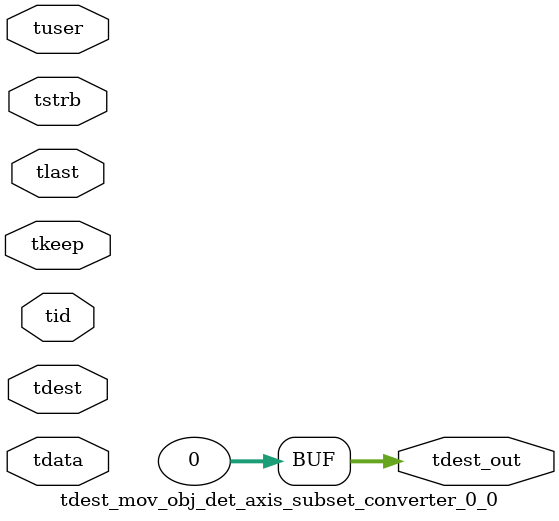
<source format=v>


`timescale 1ps/1ps

module tdest_mov_obj_det_axis_subset_converter_0_0 #
(
parameter C_S_AXIS_TDATA_WIDTH = 32,
parameter C_S_AXIS_TUSER_WIDTH = 0,
parameter C_S_AXIS_TID_WIDTH   = 0,
parameter C_S_AXIS_TDEST_WIDTH = 0,
parameter C_M_AXIS_TDEST_WIDTH = 32
)
(
input  [(C_S_AXIS_TDATA_WIDTH == 0 ? 1 : C_S_AXIS_TDATA_WIDTH)-1:0     ] tdata,
input  [(C_S_AXIS_TUSER_WIDTH == 0 ? 1 : C_S_AXIS_TUSER_WIDTH)-1:0     ] tuser,
input  [(C_S_AXIS_TID_WIDTH   == 0 ? 1 : C_S_AXIS_TID_WIDTH)-1:0       ] tid,
input  [(C_S_AXIS_TDEST_WIDTH == 0 ? 1 : C_S_AXIS_TDEST_WIDTH)-1:0     ] tdest,
input  [(C_S_AXIS_TDATA_WIDTH/8)-1:0 ] tkeep,
input  [(C_S_AXIS_TDATA_WIDTH/8)-1:0 ] tstrb,
input                                                                    tlast,
output [C_M_AXIS_TDEST_WIDTH-1:0] tdest_out
);

assign tdest_out = {1'b0};

endmodule


</source>
